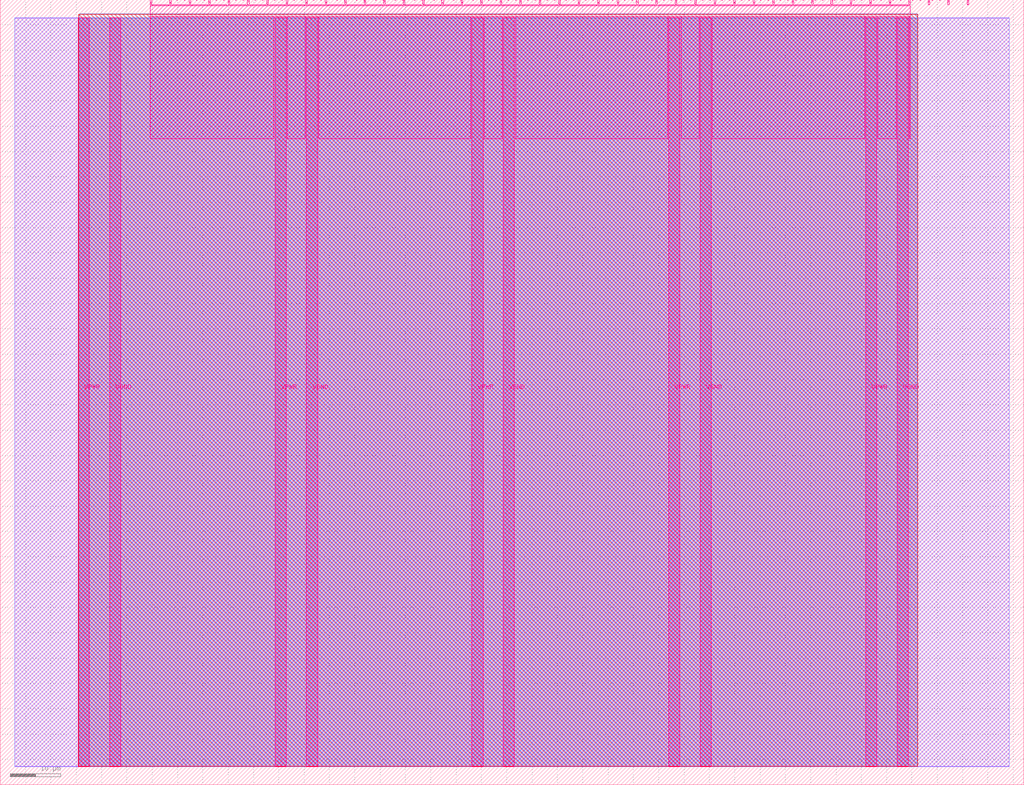
<source format=lef>
VERSION 5.7 ;
  NOWIREEXTENSIONATPIN ON ;
  DIVIDERCHAR "/" ;
  BUSBITCHARS "[]" ;
MACRO tt_um_wokwi_434391222509479937
  CLASS BLOCK ;
  FOREIGN tt_um_wokwi_434391222509479937 ;
  ORIGIN 0.000 0.000 ;
  SIZE 202.080 BY 154.980 ;
  PIN VGND
    DIRECTION INOUT ;
    USE GROUND ;
    PORT
      LAYER Metal5 ;
        RECT 21.580 3.560 23.780 151.420 ;
    END
    PORT
      LAYER Metal5 ;
        RECT 60.450 3.560 62.650 151.420 ;
    END
    PORT
      LAYER Metal5 ;
        RECT 99.320 3.560 101.520 151.420 ;
    END
    PORT
      LAYER Metal5 ;
        RECT 138.190 3.560 140.390 151.420 ;
    END
    PORT
      LAYER Metal5 ;
        RECT 177.060 3.560 179.260 151.420 ;
    END
  END VGND
  PIN VPWR
    DIRECTION INOUT ;
    USE POWER ;
    PORT
      LAYER Metal5 ;
        RECT 15.380 3.560 17.580 151.420 ;
    END
    PORT
      LAYER Metal5 ;
        RECT 54.250 3.560 56.450 151.420 ;
    END
    PORT
      LAYER Metal5 ;
        RECT 93.120 3.560 95.320 151.420 ;
    END
    PORT
      LAYER Metal5 ;
        RECT 131.990 3.560 134.190 151.420 ;
    END
    PORT
      LAYER Metal5 ;
        RECT 170.860 3.560 173.060 151.420 ;
    END
  END VPWR
  PIN clk
    DIRECTION INPUT ;
    USE SIGNAL ;
    PORT
      LAYER Metal5 ;
        RECT 187.050 153.980 187.350 154.980 ;
    END
  END clk
  PIN ena
    DIRECTION INPUT ;
    USE SIGNAL ;
    PORT
      LAYER Metal5 ;
        RECT 190.890 153.980 191.190 154.980 ;
    END
  END ena
  PIN rst_n
    DIRECTION INPUT ;
    USE SIGNAL ;
    PORT
      LAYER Metal5 ;
        RECT 183.210 153.980 183.510 154.980 ;
    END
  END rst_n
  PIN ui_in[0]
    DIRECTION INPUT ;
    USE SIGNAL ;
    ANTENNAGATEAREA 0.180700 ;
    PORT
      LAYER Metal5 ;
        RECT 179.370 153.980 179.670 154.980 ;
    END
  END ui_in[0]
  PIN ui_in[1]
    DIRECTION INPUT ;
    USE SIGNAL ;
    ANTENNAGATEAREA 0.180700 ;
    PORT
      LAYER Metal5 ;
        RECT 175.530 153.980 175.830 154.980 ;
    END
  END ui_in[1]
  PIN ui_in[2]
    DIRECTION INPUT ;
    USE SIGNAL ;
    ANTENNAGATEAREA 0.180700 ;
    PORT
      LAYER Metal5 ;
        RECT 171.690 153.980 171.990 154.980 ;
    END
  END ui_in[2]
  PIN ui_in[3]
    DIRECTION INPUT ;
    USE SIGNAL ;
    ANTENNAGATEAREA 0.180700 ;
    PORT
      LAYER Metal5 ;
        RECT 167.850 153.980 168.150 154.980 ;
    END
  END ui_in[3]
  PIN ui_in[4]
    DIRECTION INPUT ;
    USE SIGNAL ;
    ANTENNAGATEAREA 0.180700 ;
    PORT
      LAYER Metal5 ;
        RECT 164.010 153.980 164.310 154.980 ;
    END
  END ui_in[4]
  PIN ui_in[5]
    DIRECTION INPUT ;
    USE SIGNAL ;
    ANTENNAGATEAREA 0.180700 ;
    PORT
      LAYER Metal5 ;
        RECT 160.170 153.980 160.470 154.980 ;
    END
  END ui_in[5]
  PIN ui_in[6]
    DIRECTION INPUT ;
    USE SIGNAL ;
    ANTENNAGATEAREA 0.180700 ;
    PORT
      LAYER Metal5 ;
        RECT 156.330 153.980 156.630 154.980 ;
    END
  END ui_in[6]
  PIN ui_in[7]
    DIRECTION INPUT ;
    USE SIGNAL ;
    ANTENNAGATEAREA 0.180700 ;
    PORT
      LAYER Metal5 ;
        RECT 152.490 153.980 152.790 154.980 ;
    END
  END ui_in[7]
  PIN uio_in[0]
    DIRECTION INPUT ;
    USE SIGNAL ;
    PORT
      LAYER Metal5 ;
        RECT 148.650 153.980 148.950 154.980 ;
    END
  END uio_in[0]
  PIN uio_in[1]
    DIRECTION INPUT ;
    USE SIGNAL ;
    PORT
      LAYER Metal5 ;
        RECT 144.810 153.980 145.110 154.980 ;
    END
  END uio_in[1]
  PIN uio_in[2]
    DIRECTION INPUT ;
    USE SIGNAL ;
    PORT
      LAYER Metal5 ;
        RECT 140.970 153.980 141.270 154.980 ;
    END
  END uio_in[2]
  PIN uio_in[3]
    DIRECTION INPUT ;
    USE SIGNAL ;
    PORT
      LAYER Metal5 ;
        RECT 137.130 153.980 137.430 154.980 ;
    END
  END uio_in[3]
  PIN uio_in[4]
    DIRECTION INPUT ;
    USE SIGNAL ;
    PORT
      LAYER Metal5 ;
        RECT 133.290 153.980 133.590 154.980 ;
    END
  END uio_in[4]
  PIN uio_in[5]
    DIRECTION INPUT ;
    USE SIGNAL ;
    PORT
      LAYER Metal5 ;
        RECT 129.450 153.980 129.750 154.980 ;
    END
  END uio_in[5]
  PIN uio_in[6]
    DIRECTION INPUT ;
    USE SIGNAL ;
    PORT
      LAYER Metal5 ;
        RECT 125.610 153.980 125.910 154.980 ;
    END
  END uio_in[6]
  PIN uio_in[7]
    DIRECTION INPUT ;
    USE SIGNAL ;
    PORT
      LAYER Metal5 ;
        RECT 121.770 153.980 122.070 154.980 ;
    END
  END uio_in[7]
  PIN uio_oe[0]
    DIRECTION OUTPUT ;
    USE SIGNAL ;
    ANTENNADIFFAREA 0.299200 ;
    PORT
      LAYER Metal5 ;
        RECT 56.490 153.980 56.790 154.980 ;
    END
  END uio_oe[0]
  PIN uio_oe[1]
    DIRECTION OUTPUT ;
    USE SIGNAL ;
    ANTENNADIFFAREA 0.299200 ;
    PORT
      LAYER Metal5 ;
        RECT 52.650 153.980 52.950 154.980 ;
    END
  END uio_oe[1]
  PIN uio_oe[2]
    DIRECTION OUTPUT ;
    USE SIGNAL ;
    ANTENNADIFFAREA 0.299200 ;
    PORT
      LAYER Metal5 ;
        RECT 48.810 153.980 49.110 154.980 ;
    END
  END uio_oe[2]
  PIN uio_oe[3]
    DIRECTION OUTPUT ;
    USE SIGNAL ;
    ANTENNADIFFAREA 0.299200 ;
    PORT
      LAYER Metal5 ;
        RECT 44.970 153.980 45.270 154.980 ;
    END
  END uio_oe[3]
  PIN uio_oe[4]
    DIRECTION OUTPUT ;
    USE SIGNAL ;
    ANTENNADIFFAREA 0.299200 ;
    PORT
      LAYER Metal5 ;
        RECT 41.130 153.980 41.430 154.980 ;
    END
  END uio_oe[4]
  PIN uio_oe[5]
    DIRECTION OUTPUT ;
    USE SIGNAL ;
    ANTENNADIFFAREA 0.299200 ;
    PORT
      LAYER Metal5 ;
        RECT 37.290 153.980 37.590 154.980 ;
    END
  END uio_oe[5]
  PIN uio_oe[6]
    DIRECTION OUTPUT ;
    USE SIGNAL ;
    ANTENNADIFFAREA 0.299200 ;
    PORT
      LAYER Metal5 ;
        RECT 33.450 153.980 33.750 154.980 ;
    END
  END uio_oe[6]
  PIN uio_oe[7]
    DIRECTION OUTPUT ;
    USE SIGNAL ;
    ANTENNADIFFAREA 0.299200 ;
    PORT
      LAYER Metal5 ;
        RECT 29.610 153.980 29.910 154.980 ;
    END
  END uio_oe[7]
  PIN uio_out[0]
    DIRECTION OUTPUT ;
    USE SIGNAL ;
    ANTENNADIFFAREA 0.299200 ;
    PORT
      LAYER Metal5 ;
        RECT 87.210 153.980 87.510 154.980 ;
    END
  END uio_out[0]
  PIN uio_out[1]
    DIRECTION OUTPUT ;
    USE SIGNAL ;
    ANTENNADIFFAREA 0.299200 ;
    PORT
      LAYER Metal5 ;
        RECT 83.370 153.980 83.670 154.980 ;
    END
  END uio_out[1]
  PIN uio_out[2]
    DIRECTION OUTPUT ;
    USE SIGNAL ;
    ANTENNADIFFAREA 0.299200 ;
    PORT
      LAYER Metal5 ;
        RECT 79.530 153.980 79.830 154.980 ;
    END
  END uio_out[2]
  PIN uio_out[3]
    DIRECTION OUTPUT ;
    USE SIGNAL ;
    ANTENNADIFFAREA 0.299200 ;
    PORT
      LAYER Metal5 ;
        RECT 75.690 153.980 75.990 154.980 ;
    END
  END uio_out[3]
  PIN uio_out[4]
    DIRECTION OUTPUT ;
    USE SIGNAL ;
    ANTENNADIFFAREA 0.299200 ;
    PORT
      LAYER Metal5 ;
        RECT 71.850 153.980 72.150 154.980 ;
    END
  END uio_out[4]
  PIN uio_out[5]
    DIRECTION OUTPUT ;
    USE SIGNAL ;
    ANTENNADIFFAREA 0.299200 ;
    PORT
      LAYER Metal5 ;
        RECT 68.010 153.980 68.310 154.980 ;
    END
  END uio_out[5]
  PIN uio_out[6]
    DIRECTION OUTPUT ;
    USE SIGNAL ;
    ANTENNADIFFAREA 0.299200 ;
    PORT
      LAYER Metal5 ;
        RECT 64.170 153.980 64.470 154.980 ;
    END
  END uio_out[6]
  PIN uio_out[7]
    DIRECTION OUTPUT ;
    USE SIGNAL ;
    ANTENNADIFFAREA 0.299200 ;
    PORT
      LAYER Metal5 ;
        RECT 60.330 153.980 60.630 154.980 ;
    END
  END uio_out[7]
  PIN uo_out[0]
    DIRECTION OUTPUT ;
    USE SIGNAL ;
    ANTENNADIFFAREA 0.654800 ;
    PORT
      LAYER Metal5 ;
        RECT 117.930 153.980 118.230 154.980 ;
    END
  END uo_out[0]
  PIN uo_out[1]
    DIRECTION OUTPUT ;
    USE SIGNAL ;
    ANTENNADIFFAREA 0.654800 ;
    PORT
      LAYER Metal5 ;
        RECT 114.090 153.980 114.390 154.980 ;
    END
  END uo_out[1]
  PIN uo_out[2]
    DIRECTION OUTPUT ;
    USE SIGNAL ;
    ANTENNADIFFAREA 0.654800 ;
    PORT
      LAYER Metal5 ;
        RECT 110.250 153.980 110.550 154.980 ;
    END
  END uo_out[2]
  PIN uo_out[3]
    DIRECTION OUTPUT ;
    USE SIGNAL ;
    ANTENNADIFFAREA 0.654800 ;
    PORT
      LAYER Metal5 ;
        RECT 106.410 153.980 106.710 154.980 ;
    END
  END uo_out[3]
  PIN uo_out[4]
    DIRECTION OUTPUT ;
    USE SIGNAL ;
    ANTENNADIFFAREA 0.654800 ;
    PORT
      LAYER Metal5 ;
        RECT 102.570 153.980 102.870 154.980 ;
    END
  END uo_out[4]
  PIN uo_out[5]
    DIRECTION OUTPUT ;
    USE SIGNAL ;
    ANTENNADIFFAREA 0.299200 ;
    PORT
      LAYER Metal5 ;
        RECT 98.730 153.980 99.030 154.980 ;
    END
  END uo_out[5]
  PIN uo_out[6]
    DIRECTION OUTPUT ;
    USE SIGNAL ;
    ANTENNADIFFAREA 0.299200 ;
    PORT
      LAYER Metal5 ;
        RECT 94.890 153.980 95.190 154.980 ;
    END
  END uo_out[6]
  PIN uo_out[7]
    DIRECTION OUTPUT ;
    USE SIGNAL ;
    ANTENNADIFFAREA 0.299200 ;
    PORT
      LAYER Metal5 ;
        RECT 91.050 153.980 91.350 154.980 ;
    END
  END uo_out[7]
  OBS
      LAYER GatPoly ;
        RECT 2.880 3.630 199.200 151.350 ;
      LAYER Metal1 ;
        RECT 2.880 3.560 199.200 151.420 ;
      LAYER Metal2 ;
        RECT 15.515 3.680 181.105 151.300 ;
      LAYER Metal3 ;
        RECT 15.560 3.635 181.060 152.185 ;
      LAYER Metal4 ;
        RECT 15.515 3.680 181.105 152.140 ;
      LAYER Metal5 ;
        RECT 30.120 153.770 33.240 153.980 ;
        RECT 33.960 153.770 37.080 153.980 ;
        RECT 37.800 153.770 40.920 153.980 ;
        RECT 41.640 153.770 44.760 153.980 ;
        RECT 45.480 153.770 48.600 153.980 ;
        RECT 49.320 153.770 52.440 153.980 ;
        RECT 53.160 153.770 56.280 153.980 ;
        RECT 57.000 153.770 60.120 153.980 ;
        RECT 60.840 153.770 63.960 153.980 ;
        RECT 64.680 153.770 67.800 153.980 ;
        RECT 68.520 153.770 71.640 153.980 ;
        RECT 72.360 153.770 75.480 153.980 ;
        RECT 76.200 153.770 79.320 153.980 ;
        RECT 80.040 153.770 83.160 153.980 ;
        RECT 83.880 153.770 87.000 153.980 ;
        RECT 87.720 153.770 90.840 153.980 ;
        RECT 91.560 153.770 94.680 153.980 ;
        RECT 95.400 153.770 98.520 153.980 ;
        RECT 99.240 153.770 102.360 153.980 ;
        RECT 103.080 153.770 106.200 153.980 ;
        RECT 106.920 153.770 110.040 153.980 ;
        RECT 110.760 153.770 113.880 153.980 ;
        RECT 114.600 153.770 117.720 153.980 ;
        RECT 118.440 153.770 121.560 153.980 ;
        RECT 122.280 153.770 125.400 153.980 ;
        RECT 126.120 153.770 129.240 153.980 ;
        RECT 129.960 153.770 133.080 153.980 ;
        RECT 133.800 153.770 136.920 153.980 ;
        RECT 137.640 153.770 140.760 153.980 ;
        RECT 141.480 153.770 144.600 153.980 ;
        RECT 145.320 153.770 148.440 153.980 ;
        RECT 149.160 153.770 152.280 153.980 ;
        RECT 153.000 153.770 156.120 153.980 ;
        RECT 156.840 153.770 159.960 153.980 ;
        RECT 160.680 153.770 163.800 153.980 ;
        RECT 164.520 153.770 167.640 153.980 ;
        RECT 168.360 153.770 171.480 153.980 ;
        RECT 172.200 153.770 175.320 153.980 ;
        RECT 176.040 153.770 179.160 153.980 ;
        RECT 29.660 151.630 179.620 153.770 ;
        RECT 29.660 127.535 54.040 151.630 ;
        RECT 56.660 127.535 60.240 151.630 ;
        RECT 62.860 127.535 92.910 151.630 ;
        RECT 95.530 127.535 99.110 151.630 ;
        RECT 101.730 127.535 131.780 151.630 ;
        RECT 134.400 127.535 137.980 151.630 ;
        RECT 140.600 127.535 170.650 151.630 ;
        RECT 173.270 127.535 176.850 151.630 ;
        RECT 179.470 127.535 179.620 151.630 ;
  END
END tt_um_wokwi_434391222509479937
END LIBRARY


</source>
